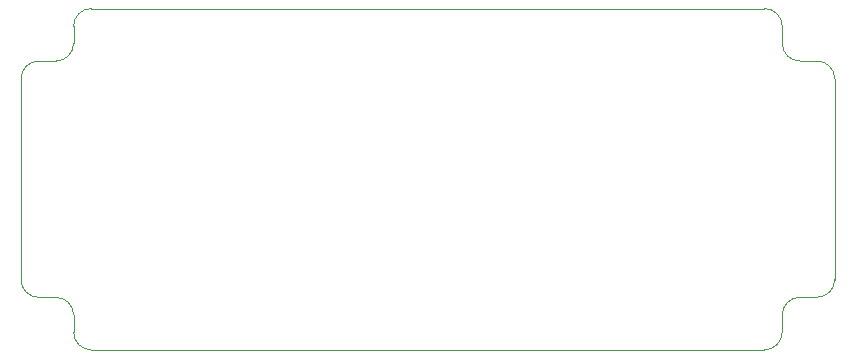
<source format=gbr>
%TF.GenerationSoftware,KiCad,Pcbnew,7.0.6*%
%TF.CreationDate,2024-01-24T15:29:16+09:00*%
%TF.ProjectId,EVO2_ICS_CARD,45564f32-5f49-4435-935f-434152442e6b,rev?*%
%TF.SameCoordinates,Original*%
%TF.FileFunction,Profile,NP*%
%FSLAX46Y46*%
G04 Gerber Fmt 4.6, Leading zero omitted, Abs format (unit mm)*
G04 Created by KiCad (PCBNEW 7.0.6) date 2024-01-24 15:29:16*
%MOMM*%
%LPD*%
G01*
G04 APERTURE LIST*
%TA.AperFunction,Profile*%
%ADD10C,0.100000*%
%TD*%
G04 APERTURE END LIST*
D10*
X82860000Y-19910000D02*
G75*
G03*
X81360000Y-18410000I-1500000J0D01*
G01*
X84360000Y-42860000D02*
G75*
G03*
X82860000Y-44360000I0J-1500000D01*
G01*
X82860000Y-21360000D02*
G75*
G03*
X84360000Y-22860000I1500000J0D01*
G01*
X24360000Y-18410000D02*
G75*
G03*
X22860000Y-19910000I0J-1500000D01*
G01*
X18410000Y-41360000D02*
X18410000Y-24360000D01*
X87310000Y-24360000D02*
G75*
G03*
X85810000Y-22860000I-1500000J0D01*
G01*
X19910000Y-22860000D02*
X21360000Y-22860000D01*
X18410000Y-41360000D02*
G75*
G03*
X19910000Y-42860000I1500000J0D01*
G01*
X24360000Y-18410000D02*
X81360000Y-18410000D01*
X82860000Y-44360000D02*
X82860000Y-45810000D01*
X19910000Y-22860000D02*
G75*
G03*
X18410000Y-24360000I0J-1500000D01*
G01*
X81360000Y-47310000D02*
X24360000Y-47310000D01*
X84360000Y-22860000D02*
X85810000Y-22860000D01*
X22860000Y-45810000D02*
G75*
G03*
X24360000Y-47310000I1500000J0D01*
G01*
X87310000Y-24360000D02*
X87310000Y-41360000D01*
X21360000Y-42860000D02*
X19910000Y-42860000D01*
X22860000Y-45810000D02*
X22860000Y-44360000D01*
X82860000Y-19910000D02*
X82860000Y-21360000D01*
X81360000Y-47310000D02*
G75*
G03*
X82860000Y-45810000I0J1500000D01*
G01*
X22860000Y-44360000D02*
G75*
G03*
X21360000Y-42860000I-1500000J0D01*
G01*
X85810000Y-42860000D02*
X84360000Y-42860000D01*
X22860000Y-21360000D02*
X22860000Y-19910000D01*
X21360000Y-22860000D02*
G75*
G03*
X22860000Y-21360000I0J1500000D01*
G01*
X85810000Y-42860000D02*
G75*
G03*
X87310000Y-41360000I0J1500000D01*
G01*
M02*

</source>
